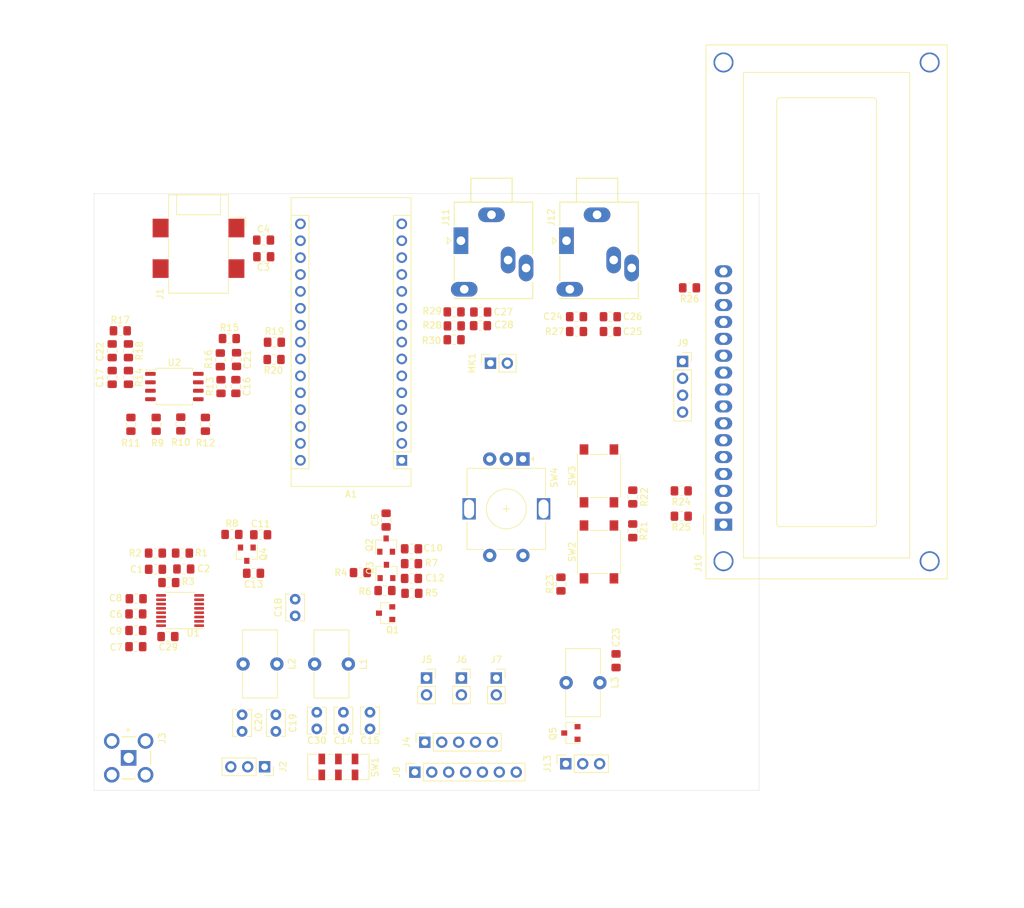
<source format=kicad_pcb>
(kicad_pcb (version 20221018) (generator pcbnew)
  (layers (0 "F.Cu" signal) (1 "In1.Cu" power) (2 "In2.Cu" power) (31 "B.Cu" signal) (34 "B.Paste" user) (35 "F.Paste" user) (36 "B.SilkS" user "B.Silkscreen") (37 "F.SilkS" user "F.Silkscreen") (38 "B.Mask" user) (39 "F.Mask" user) (44 "Edge.Cuts" user))
  (net 0 "")
  (net 1 "DIT")
  (net 2 "DAH")
  (net 3 "+12V")
  (net 4 "SIG_OUT")
  (net 5 "GND")
  (net 6 "KEY_OUT")
  (net 7 "Net-(A1-Pad28)")
  (net 8 "SIDETONE")
  (net 9 "+5V")
  (net 10 "RX")
  (net 11 "Net-(A1-Pad26)")
  (net 12 "ROT_B")
  (net 13 "Net-(A1-Pad25)")
  (net 14 "ROT_A")
  (net 15 "SCL_3V3")
  (net 16 "FREQCNT")
  (net 17 "LCD_RS")
  (net 18 "LCD_EN")
  (net 19 "BUTTONS")
  (net 20 "LCD_D7")
  (net 21 "DVM")
  (net 22 "LCD_D6")
  (net 23 "AUDIO2")
  (net 24 "AUDIO1")
  (net 25 "Net-(A1-Pad3)")
  (net 26 "AREF")
  (net 27 "LCD_D4")
  (net 28 "+3V3")
  (net 29 "LCD_D5")
  (net 30 "Net-(C1-Pad1)")
  (net 31 "Net-(C2-Pad2)")
  (net 32 "demodIN")
  (net 33 "180deg")
  (net 34 "90deg")
  (net 35 "270deg")
  (net 36 "0deg")
  (net 37 "Net-(C10-Pad2)")
  (net 38 "GateDrive")
  (net 39 "Net-(C12-Pad1)")
  (net 40 "Net-(C13-Pad2)")
  (net 41 "RF")
  (net 42 "Net-(C14-Pad2)")
  (net 43 "Net-(C15-Pad2)")
  (net 44 "Net-(C16-Pad2)")
  (net 45 "Net-(C16-Pad1)")
  (net 46 "Net-(C17-Pad2)")
  (net 47 "Net-(C17-Pad1)")
  (net 48 "Net-(C18-Pad1)")
  (net 49 "Net-(C19-Pad1)")
  (net 50 "Net-(C24-Pad2)")
  (net 51 "Net-(C25-Pad1)")
  (net 52 "Net-(J1-Pad3)")
  (net 53 "Net-(J2-Pad3)")
  (net 54 "Net-(J2-Pad1)")
  (net 55 "Net-(J3-Pad1)")
  (net 56 "Net-(J4-Pad1)")
  (net 57 "CLK0")
  (net 58 "CLK1")
  (net 59 "CLK2")
  (net 60 "Net-(J10-Pad15)")
  (net 61 "Net-(J10-Pad10)")
  (net 62 "Net-(J10-Pad9)")
  (net 63 "Net-(J10-Pad8)")
  (net 64 "Net-(J10-Pad7)")
  (net 65 "Net-(J10-Pad3)")
  (net 66 "Net-(J11-PadRN)")
  (net 67 "Net-(J11-PadTN)")
  (net 68 "Net-(J12-PadRN)")
  (net 69 "Net-(J12-PadTN)")
  (net 70 "Net-(Q1-Pad3)")
  (net 71 "Net-(Q1-Pad2)")
  (net 72 "Net-(R10-Pad2)")
  (net 73 "Net-(R11-Pad2)")
  (net 74 "Net-(R21-Pad2)")
  (net 75 "Net-(R22-Pad2)")
  (net 76 "Net-(U1-Pad7)")
  (net 77 "Net-(U1-Pad6)")
  (net 78 "Net-(U1-Pad5)")
  (net 79 "Net-(U1-Pad4)")
  (net 80 "Net-(U1-Pad3)")
  (footprint "Module:Arduino_Nano" (layer "F.Cu") (at 135.63 93.515 180)
    (fp_text reference "A1" (at 7.62 -5.08) (layer "F.SilkS"))
    (fp_text value "Arduino Nano")
    (pad "1" thru_hole rect (at 0 0 180) (size 1.6 1.6) (drill 1) (layers "*.Cu" "*.Mask") (net 29 "LCD_D5"))
    (pad "2" thru_hole oval (at 0 2.54 180) (size 1.6 1.6) (drill 1) (layers "*.Cu" "*.Mask") (net 27 "LCD_D4"))
    (pad "3" thru_hole oval (at 0 5.08 180) (size 1.6 1.6) (drill 1) (layers "*.Cu" "*.Mask") (net 25 "Net-(A1-Pad3)"))
    (pad "4" thru_hole oval (at 0 7.62 180) (size 1.6 1.6) (drill 1) (layers "*.Cu" "*.Mask") (net 5 "GND"))
    (pad "5" thru_hole oval (at 0 10.16 180) (size 1.6 1.6) (drill 1) (layers "*.Cu" "*.Mask") (net 22 "LCD_D6"))
    (pad "6" thru_hole oval (at 0 12.7 180) (size 1.6 1.6) (drill 1) (layers "*.Cu" "*.Mask") (net 20 "LCD_D7"))
    (pad "7" thru_hole oval (at 0 15.24 180) (size 1.6 1.6) (drill 1) (layers "*.Cu" "*.Mask") (net 18 "LCD_EN"))
    (pad "8" thru_hole oval (at 0 17.78 180) (size 1.6 1.6) (drill 1) (layers "*.Cu" "*.Mask") (net 16 "FREQCNT"))
    (pad "9" thru_hole oval (at 0 20.32 180) (size 1.6 1.6) (drill 1) (layers "*.Cu" "*.Mask") (net 14 "ROT_A"))
    (pad "10" thru_hole oval (at 0 22.86 180) (size 1.6 1.6) (drill 1) (layers "*.Cu" "*.Mask") (net 12 "ROT_B"))
    (pad "11" thru_hole oval (at 0 25.4 180) (size 1.6 1.6) (drill 1) (layers "*.Cu" "*.Mask") (net 10 "RX"))
    (pad "12" thru_hole oval (at 0 27.94 180) (size 1.6 1.6) (drill 1) (layers "*.Cu" "*.Mask") (net 8 "SIDETONE"))
    (pad "13" thru_hole oval (at 0 30.48 180) (size 1.6 1.6) (drill 1) (layers "*.Cu" "*.Mask") (net 6 "KEY_OUT"))
    (pad "14" thru_hole oval (at 0 33.02 180) (size 1.6 1.6) (drill 1) (layers "*.Cu" "*.Mask") (net 4 "SIG_OUT"))
    (pad "15" thru_hole oval (at 0 35.56 180) (size 1.6 1.6) (drill 1) (layers "*.Cu" "*.Mask") (net 2 "DAH"))
    (pad "16" thru_hole oval (at 15.24 35.56 180) (size 1.6 1.6) (drill 1) (layers "*.Cu" "*.Mask") (net 1 "DIT"))
    (pad "17" thru_hole oval (at 15.24 33.02 180) (size 1.6 1.6) (drill 1) (layers "*.Cu" "*.Mask") (net 28 "+3V3"))
    (pad "18" thru_hole oval (at 15.24 30.48 180) (size 1.6 1.6) (drill 1) (layers "*.Cu" "*.Mask") (net 26 "AREF"))
    (pad "19" thru_hole oval (at 15.24 27.94 180) (size 1.6 1.6) (drill 1) (layers "*.Cu" "*.Mask") (net 24 "AUDIO1"))
    (pad "20" thru_hole oval (at 15.24 25.4 180) (size 1.6 1.6) (drill 1) (layers "*.Cu" "*.Mask") (net 23 "AUDIO2"))
    (pad "21" thru_hole oval (at 15.24 22.86 180) (size 1.6 1.6) (drill 1) (layers "*.Cu" "*.Mask") (net 21 "DVM"))
    (pad "22" thru_hole oval (at 15.24 20.32 180) (size 1.6 1.6) (drill 1) (layers "*.Cu" "*.Mask") (net 19 "BUTTONS"))
    (pad "23" thru_hole oval (at 15.24 17.78 180) (size 1.6 1.6) (drill 1) (layers "*.Cu" "*.Mask") (net 17 "LCD_RS"))
    (pad "24" thru_hole oval (at 15.24 15.24 180) (size 1.6 1.6) (drill 1) (layers "*.Cu" "*.Mask") (net 15 "SCL_3V3"))
    (pad "25" thru_hole oval (at 15.24 12.7 180) (size 1.6 1.6) (drill 1) (layers "*.Cu" "*.Mask") (net 13 "Net-(A1-Pad25)"))
    (pad "26" thru_hole oval (at 15.24 10.16 180) (size 1.6 1.6) (drill 1) (layers "*.Cu" "*.Mask") (net 11 "Net-(A1-Pad26)"))
    (pad "27" thru_hole oval (at 15.24 7.62 180) (size 1.6 1.6) (drill 1) (layers "*.Cu" "*.Mask") (net 9 "+5V"))
    (pad "28" thru_hole oval (at 15.24 5.08 180) (size 1.6 1.6) (drill 1) (layers "*.Cu" "*.Mask") (net 7 "Net-(A1-Pad28)"))
    (pad "29" thru_hole oval (at 15.24 2.54 180) (size 1.6 1.6) (drill 1) (layers "*.Cu" "*.Mask") (net 5 "GND"))
    (pad "30" thru_hole oval (at 15.24 0 180) (size 1.6 1.6) (drill 1) (layers "*.Cu" "*.Mask") (net 3 "+12V"))
  )
  (footprint "Capacitor_SMD:C_0805_2012Metric_Pad1.15x1.40mm_HandSolder" (layer "F.Cu") (at 95.6428 116.6116)
    (fp_text reference "C6" (at -2.9972 0.0508) (layer "F.SilkS"))
    (fp_text value "470n")
    (pad "1" smd roundrect (at -1.025 0) (size 1.15 1.4) (layers "F.Cu" "F.Paste" "F.Mask") (roundrect_rratio 0.217391) (net 5 "GND"))
    (pad "2" smd roundrect (at 1.025 0) (size 1.15 1.4) (layers "F.Cu" "F.Paste" "F.Mask") (roundrect_rratio 0.217391) (net 33 "180deg"))
  )
  (footprint "Capacitor_SMD:C_0805_2012Metric_Pad1.15x1.40mm_HandSolder" (layer "F.Cu") (at 95.6428 121.5392 180)
    (fp_text reference "C7" (at 2.9464 -0.1016) (layer "F.SilkS"))
    (fp_text value "470n")
    (pad "1" smd roundrect (at -1.025 0 180) (size 1.15 1.4) (layers "F.Cu" "F.Paste" "F.Mask") (roundrect_rratio 0.217391) (net 34 "90deg"))
    (pad "2" smd roundrect (at 1.025 0 180) (size 1.15 1.4) (layers "F.Cu" "F.Paste" "F.Mask") (roundrect_rratio 0.217391) (net 5 "GND"))
  )
  (footprint "Capacitor_SMD:C_0805_2012Metric_Pad1.15x1.40mm_HandSolder" (layer "F.Cu") (at 114.4088 104.7092)
    (fp_text reference "C11" (at 0 -1.65) (layer "F.SilkS"))
    (fp_text value "10n")
    (pad "1" smd roundrect (at -1.025 0) (size 1.15 1.4) (layers "F.Cu" "F.Paste" "F.Mask") (roundrect_rratio 0.217391) (net 10 "RX"))
    (pad "2" smd roundrect (at 1.025 0) (size 1.15 1.4) (layers "F.Cu" "F.Paste" "F.Mask") (roundrect_rratio 0.217391) (net 5 "GND"))
  )
  (footprint "Capacitor_SMD:C_0805_2012Metric_Pad1.15x1.40mm_HandSolder" (layer "F.Cu") (at 137.0844 111.28)
    (fp_text reference "C12" (at 3.5156 -0.08) (layer "F.SilkS"))
    (fp_text value "10n")
    (pad "1" smd roundrect (at -1.025 0) (size 1.15 1.4) (layers "F.Cu" "F.Paste" "F.Mask") (roundrect_rratio 0.217391) (net 39 "Net-(C12-Pad1)"))
    (pad "2" smd roundrect (at 1.025 0) (size 1.15 1.4) (layers "F.Cu" "F.Paste" "F.Mask") (roundrect_rratio 0.217391) (net 5 "GND"))
  )
  (footprint "Capacitor_THT:C_Disc_D3.8mm_W2.6mm_P2.50mm" (layer "F.Cu") (at 130.85 133.9 90)
    (fp_text reference "C14" (at -1.75 -4 180) (layer "F.SilkS"))
    (fp_text value "150p")
    (pad "1" thru_hole circle (at 0 0 90) (size 1.6 1.6) (drill 0.8) (layers "*.Cu" "*.Mask") (net 5 "GND"))
    (pad "2" thru_hole circle (at 2.5 0 90) (size 1.6 1.6) (drill 0.8) (layers "*.Cu" "*.Mask") (net 42 "Net-(C14-Pad2)"))
  )
  (footprint "Capacitor_SMD:C_0805_2012Metric_Pad1.15x1.40mm_HandSolder" (layer "F.Cu") (at 110.6792 82.42 -90)
    (fp_text reference "C16" (at 0 -1.65 90) (layer "F.SilkS"))
    (fp_text value "1n")
    (pad "1" smd roundrect (at -1.025 0 270) (size 1.15 1.4) (layers "F.Cu" "F.Paste" "F.Mask") (roundrect_rratio 0.217391) (net 45 "Net-(C16-Pad1)"))
    (pad "2" smd roundrect (at 1.025 0 270) (size 1.15 1.4) (layers "F.Cu" "F.Paste" "F.Mask") (roundrect_rratio 0.217391) (net 44 "Net-(C16-Pad2)"))
  )
  (footprint "Capacitor_SMD:C_0805_2012Metric_Pad1.15x1.40mm_HandSolder" (layer "F.Cu") (at 92.0864 81.0484 -90)
    (fp_text reference "C17" (at 0.1016 1.8796 90) (layer "F.SilkS"))
    (fp_text value "1n")
    (pad "1" smd roundrect (at -1.025 0 270) (size 1.15 1.4) (layers "F.Cu" "F.Paste" "F.Mask") (roundrect_rratio 0.217391) (net 47 "Net-(C17-Pad1)"))
    (pad "2" smd roundrect (at 1.025 0 270) (size 1.15 1.4) (layers "F.Cu" "F.Paste" "F.Mask") (roundrect_rratio 0.217391) (net 46 "Net-(C17-Pad2)"))
  )
  (footprint "Capacitor_THT:C_Disc_D3.8mm_W2.6mm_P2.50mm" (layer "F.Cu") (at 119.6 116.9 90)
    (fp_text reference "C18" (at 1.25 -2.55 90) (layer "F.SilkS"))
    (fp_text value "240p")
    (pad "1" thru_hole circle (at 0 0 90) (size 1.6 1.6) (drill 0.8) (layers "*.Cu" "*.Mask") (net 48 "Net-(C18-Pad1)"))
    (pad "2" thru_hole circle (at 2.5 0 90) (size 1.6 1.6) (drill 0.8) (layers "*.Cu" "*.Mask") (net 5 "GND"))
  )
  (footprint "Capacitor_THT:C_Disc_D3.8mm_W2.6mm_P2.50mm" (layer "F.Cu") (at 116.6966 131.7734 -90)
    (fp_text reference "C19" (at 1.25 -2.55 90) (layer "F.SilkS"))
    (fp_text value "82p")
    (pad "1" thru_hole circle (at 0 0 270) (size 1.6 1.6) (drill 0.8) (layers "*.Cu" "*.Mask") (net 49 "Net-(C19-Pad1)"))
    (pad "2" thru_hole circle (at 2.5 0 270) (size 1.6 1.6) (drill 0.8) (layers "*.Cu" "*.Mask") (net 48 "Net-(C18-Pad1)"))
  )
  (footprint "Capacitor_THT:C_Disc_D3.8mm_W2.6mm_P2.50mm" (layer "F.Cu") (at 111.6166 131.7734 -90)
    (fp_text reference "C20" (at 1.1266 -2.4834 90) (layer "F.SilkS"))
    (fp_text value "220p")
    (pad "1" thru_hole circle (at 0 0 270) (size 1.6 1.6) (drill 0.8) (layers "*.Cu" "*.Mask") (net 49 "Net-(C19-Pad1)"))
    (pad "2" thru_hole circle (at 2.5 0 270) (size 1.6 1.6) (drill 0.8) (layers "*.Cu" "*.Mask") (net 5 "GND"))
  )
  (footprint "Capacitor_SMD:C_0805_2012Metric_Pad1.15x1.40mm_HandSolder" (layer "F.Cu") (at 161.91 71.925)
    (fp_text reference "C24" (at -3.56 -0.025) (layer "F.SilkS"))
    (fp_text value "10u")
    (pad "1" smd roundrect (at -1.025 0) (size 1.15 1.4) (layers "F.Cu" "F.Paste" "F.Mask") (roundrect_rratio 0.217391) (net 8 "SIDETONE"))
    (pad "2" smd roundrect (at 1.025 0) (size 1.15 1.4) (layers "F.Cu" "F.Paste" "F.Mask") (roundrect_rratio 0.217391) (net 50 "Net-(C24-Pad2)"))
  )
  (footprint "Capacitor_SMD:C_0805_2012Metric_Pad1.15x1.40mm_HandSolder" (layer "F.Cu") (at 166.99 74.15 180)
    (fp_text reference "C25" (at -3.36 0) (layer "F.SilkS"))
    (fp_text value "100n")
    (pad "1" smd roundrect (at -1.025 0 180) (size 1.15 1.4) (layers "F.Cu" "F.Paste" "F.Mask") (roundrect_rratio 0.217391) (net 51 "Net-(C25-Pad1)"))
    (pad "2" smd roundrect (at 1.025 0 180) (size 1.15 1.4) (layers "F.Cu" "F.Paste" "F.Mask") (roundrect_rratio 0.217391) (net 5 "GND"))
  )
  (footprint "Capacitor_SMD:C_0805_2012Metric_Pad1.15x1.40mm_HandSolder" (layer "F.Cu") (at 166.99 71.925 180)
    (fp_text reference "C26" (at -3.36 0.025) (layer "F.SilkS"))
    (fp_text value "100n")
    (pad "1" smd roundrect (at -1.025 0 180) (size 1.15 1.4) (layers "F.Cu" "F.Paste" "F.Mask") (roundrect_rratio 0.217391) (net 51 "Net-(C25-Pad1)"))
    (pad "2" smd roundrect (at 1.025 0 180) (size 1.15 1.4) (layers "F.Cu" "F.Paste" "F.Mask") (roundrect_rratio 0.217391) (net 5 "GND"))
  )
  (footprint "Capacitor_SMD:C_0805_2012Metric_Pad1.15x1.40mm_HandSolder" (layer "F.Cu") (at 100.4688 120.0152)
    (fp_text reference "C29" (at 0.0508 1.5748) (layer "F.SilkS"))
    (fp_text value "100n")
    (pad "1" smd roundrect (at -1.025 0) (size 1.15 1.4) (layers "F.Cu" "F.Paste" "F.Mask") (roundrect_rratio 0.217391) (net 9 "+5V"))
    (pad "2" smd roundrect (at 1.025 0) (size 1.15 1.4) (layers "F.Cu" "F.Paste" "F.Mask") (roundrect_rratio 0.217391) (net 5 "GND"))
  )
  (footprint "Capacitor_THT:C_Disc_D3.8mm_W2.6mm_P2.50mm" (layer "F.Cu") (at 122.85 131.4 -90)
    (fp_text reference "C30" (at 4.25 0 180) (layer "F.SilkS"))
    (fp_text value "200p")
    (pad "1" thru_hole circle (at 0 0 270) (size 1.6 1.6) (drill 0.8) (layers "*.Cu" "*.Mask") (net 42 "Net-(C14-Pad2)"))
    (pad "2" thru_hole circle (at 2.5 0 270) (size 1.6 1.6) (drill 0.8) (layers "*.Cu" "*.Mask") (net 43 "Net-(C15-Pad2)"))
  )
  (footprint "Connector_PinSocket_2.54mm:PinSocket_1x03_P2.54mm_Vertical" (layer "F.Cu") (at 115 139.6 -90)
    (fp_text reference "J2" (at 0 -2.77 90) (layer "F.SilkS"))
    (fp_text value "FilterConn")
    (pad "1" thru_hole rect (at 0 0 270) (size 1.7 1.7) (drill 1) (layers "*.Cu" "*.Mask") (net 54 "Net-(J2-Pad1)"))
    (pad "2" thru_hole oval (at 0 2.54 270) (size 1.7 1.7) (drill 1) (layers "*.Cu" "*.Mask") (net 5 "GND"))
    (pad "3" thru_hole oval (at 0 5.08 270) (size 1.7 1.7) (drill 1) (layers "*.Cu" "*.Mask") (net 53 "Net-(J2-Pad3)"))
  )
  (footprint "eec:Molex-73100-0114-0-0-0" (layer "F.Cu") (at 90.34 138.26 -90)
    (fp_text reference "J3" (at -3.9 -9.25 90) (layer "F.SilkS") (effects (justify right)))
    (fp_text value "Antenna")
    (pad "1" thru_hole rect (at 0 -4.22 270) (size 2.34 2.34) (drill 1.54) (layers "*.Cu") (net 55 "Net-(J3-Pad1)"))
    (pad "2" thru_hole circle (at -2.54 -6.76 270) (size 2.34 2.34) (drill 1.54) (layers "*.Cu") (net 5 "GND"))
    (pad "3" thru_hole circle (at 2.54 -6.76 270) (size 2.34 2.34) (drill 1.54) (layers "*.Cu"))
    (pad "4" thru_hole circle (at -2.54 -1.68 270) (size 2.34 2.34) (drill 1.54) (layers "*.Cu"))
    (pad "5" thru_hole circle (at 2.54 -1.68 270) (size 2.34 2.34) (drill 1.54) (layers "*.Cu"))
  )
  (footprint "Connector_PinSocket_2.54mm:PinSocket_1x05_P2.54mm_Vertical" (layer "F.Cu") (at 139.1 135.9 90)
    (fp_text reference "J4" (at 0 -2.77 90) (layer "F.SilkS"))
    (fp_text value "Etherkit si5351")
    (pad "1" thru_hole rect (at 0 0 90) (size 1.7 1.7) (drill 1) (layers "*.Cu" "*.Mask") (net 56 "Net-(J4-Pad1)"))
    (pad "2" thru_hole oval (at 0 2.54 90) (size 1.7 1.7) (drill 1) (layers "*.Cu" "*.Mask") (net 28 "+3V3"))
    (pad "3" thru_hole oval (at 0 5.08 90) (size 1.7 1.7) (drill 1) (layers "*.Cu" "*.Mask") (net 15 "SCL_3V3"))
    (pad "4" thru_hole oval (at 0 7.62 90) (size 1.7 1.7) (drill 1) (layers "*.Cu" "*.Mask") (net 17 "LCD_RS"))
    (pad "5" thru_hole oval (at 0 10.16 90) (size 1.7 1.7) (drill 1) (layers "*.Cu" "*.Mask") (net 5 "GND"))
  )
  (footprint "Connector_PinSocket_2.54mm:PinSocket_1x02_P2.54mm_Vertical" (layer "F.Cu") (at 139.35 126.25)
    (fp_text reference "J5" (at 0 -2.77) (layer "F.SilkS"))
    (fp_text value "EK CLK0")
    (pad "1" thru_hole rect (at 0 0) (size 1.7 1.7) (drill 1) (layers "*.Cu" "*.Mask") (net 57 "CLK0"))
    (pad "2" thru_hole oval (at 0 2.54) (size 1.7 1.7) (drill 1) (layers "*.Cu" "*.Mask") (net 5 "GND"))
  )
  (footprint "Connector_PinSocket_2.54mm:PinSocket_1x02_P2.54mm_Vertical" (layer "F.Cu") (at 144.6 126.25)
    (fp_text reference "J6" (at 0 -2.77) (layer "F.SilkS"))
    (fp_text value "EK CLK1")
    (pad "1" thru_hole rect (at 0 0) (size 1.7 1.7) (drill 1) (layers "*.Cu" "*.Mask") (net 58 "CLK1"))
    (pad "2" thru_hole oval (at 0 2.54) (size 1.7 1.7) (drill 1) (layers "*.Cu" "*.Mask") (net 5 "GND"))
  )
  (footprint "Connector_Audio:Jack_3.5mm_Ledino_KB3SPRS_Horizontal" (layer "F.Cu") (at 144.52 60.495 -90)
    (fp_text reference "J11" (at -3.5 2.3 90) (layer "F.SilkS"))
    (fp_text value "PJ-324M")
    (pad "R" thru_hole oval (at 4.1 -9.8 270) (size 4 2.2) (drill 1.3) (layers "*.Cu" "*.Mask") (net 2 "DAH"))
    (pad "RN" thru_hole oval (at 2.9 -7.1 270) (size 4 2.2) (drill 1.3) (layers "*.Cu" "*.Mask") (net 66 "Net-(J11-PadRN)"))
    (pad "S" thru_hole oval (at -3.9 -4.6 270) (size 2.2 4) (drill 1.3) (layers "*.Cu" "*.Mask") (net 5 "GND"))
    (pad "T" thru_hole rect (at 0 0 270) (size 4 2.2) (drill 1.3) (layers "*.Cu" "*.Mask") (net 1 "DIT"))
    (pad "TN" thru_hole oval (at 7.3 -0.5) (size 4 2.2) (drill 1.3) (layers "*.Cu" "*.Mask") (net 67 "Net-(J11-PadTN)"))
  )
  (footprint "Connector_Audio:Jack_3.5mm_Ledino_KB3SPRS_Horizontal" (layer "F.Cu") (at 160.395 60.495 -90)
    (fp_text reference "J12" (at -3.5 2.3 90) (layer "F.SilkS"))
    (fp_text value "PJ-324M")
    (pad "R" thru_hole oval (at 4.1 -9.8 270) (size 4 2.2) (drill 1.3) (layers "*.Cu" "*.Mask") (net 51 "Net-(C25-Pad1)"))
    (pad "RN" thru_hole oval (at 2.9 -7.1 270) (size 4 2.2) (drill 1.3) (layers "*.Cu" "*.Mask") (net 68 "Net-(J12-PadRN)"))
    (pad "S" thru_hole oval (at -3.9 -4.6 270) (size 2.2 4) (drill 1.3) (layers "*.Cu" "*.Mask") (net 5 "GND"))
    (pad "T" thru_hole rect (at 0 0 270) (size 4 2.2) (drill 1.3) (layers "*.Cu" "*.Mask") (net 51 "Net-(C25-Pad1)"))
    (pad "TN" thru_hole oval (at 7.3 -0.5) (size 4 2.2) (drill 1.3) (layers "*.Cu" "*.Mask") (net 69 "Net-(J12-PadTN)"))
  )
  (footprint "Inductor_THT:L_Toroid_Vertical_L10.0mm_W5.0mm_P5.08mm" (layer "F.Cu") (at 127.6 124.15 -90)
    (fp_text reference "L1" (at 0 -2.25 90) (layer "F.SilkS"))
    (fp_text value "12T/T37-6")
    (pad "1" thru_hole circle (at 0 0 270) (size 2 2) (drill 1) (layers "*.Cu" "*.Mask") (net 43 "Net-(C15-Pad2)"))
    (pad "2" thru_hole circle (at 0 5.08 270) (size 2 2) (drill 1) (layers "*.Cu" "*.Mask") (net 48 "Net-(C18-Pad1)"))
  )
  (footprint "Inductor_THT:L_Toroid_Vertical_L10.0mm_W5.0mm_P5.08mm" (layer "F.Cu") (at 165.4264 126.95 -90)
    (fp_text reference "L3" (at 0 -2.25 90) (layer "F.SilkS"))
    (fp_text value "22T/FT37-43")
    (pad "1" thru_hole circle (at 0 0 270) (size 2 2) (drill 1) (layers "*.Cu" "*.Mask") (net 3 "+12V"))
    (pad "2" thru_hole circle (at 0 5.08 270) (size 2 2) (drill 1) (layers "*.Cu" "*.Mask") (net 41 "RF"))
  )
  (footprint "Connector_PinSocket_2.54mm:PinSocket_1x02_P2.54mm_Vertical" (layer "F.Cu") (at 148.965 78.91 90)
    (fp_text reference "MK1" (at 0 -2.77 90) (layer "F.SilkS"))
    (fp_text value "Condenser Mic")
    (pad "1" thru_hole rect (at 0 0 90) (size 1.7 1.7) (drill 1) (layers "*.Cu" "*.Mask") (net 5 "GND"))
    (pad "2" thru_hole oval (at 0 2.54 90) (size 1.7 1.7) (drill 1) (layers "*.Cu" "*.Mask") (net 66 "Net-(J11-PadRN)"))
  )
  (footprint "Package_TO_SOT_SMD:SOT-23" (layer "F.Cu") (at 133.2 116.5 180)
    (fp_text reference "Q1" (at -1.0604 -2.526) (layer "F.SilkS"))
    (fp_text value "S9013")
    (pad "1" smd rect (at -1 -0.95 180) (size 0.9 0.8) (layers "F.Cu" "F.Paste" "F.Mask") (net 59 "CLK2"))
    (pad "2" smd rect (at -1 0.95 180) (size 0.9 0.8) (layers "F.Cu" "F.Paste" "F.Mask") (net 71 "Net-(Q1-Pad2)"))
    (pad "3" smd rect (at 1 0 180) (size 0.9 0.8) (layers "F.Cu" "F.Paste" "F.Mask") (net 70 "Net-(Q1-Pad3)"))
  )
  (footprint "Package_TO_SOT_SMD:SOT-23" (layer "F.Cu") (at 133.2744 106.2616 90)
    (fp_text reference "Q2" (at 0 -2.5 90) (layer "F.SilkS"))
    (fp_text value "S9013")
    (pad "1" smd rect (at -1 -0.95 90) (size 0.9 0.8) (layers "F.Cu" "F.Paste" "F.Mask") (net 70 "Net-(Q1-Pad3)"))
    (pad "2" smd rect (at -1 0.95 90) (size 0.9 0.8) (layers "F.Cu" "F.Paste" "F.Mask") (net 37 "Net-(C10-Pad2)"))
    (pad "3" smd rect (at 1 0 90) (size 0.9 0.8) (layers "F.Cu" "F.Paste" "F.Mask") (net 3 "+12V"))
  )
  (footprint "Package_TO_SOT_SMD:SOT-23" (layer "F.Cu") (at 161.0576 134.5192 180)
    (fp_text reference "Q5" (at 2.6924 -0.1016 270) (layer "F.SilkS"))
    (fp_text value "IRLML2060")
    (pad "1" smd rect (at -1 -0.95 180) (size 0.9 0.8) (layers "F.Cu" "F.Paste" "F.Mask") (net 38 "GateDrive"))
    (pad "2" smd rect (at -1 0.95 180) (size 0.9 0.8) (layers "F.Cu" "F.Paste" "F.Mask") (net 5 "GND"))
    (pad "3" smd rect (at 1 0 180) (size 0.9 0.8) (layers "F.Cu" "F.Paste" "F.Mask") (net 41 "RF"))
  )
  (footprint "Resistor_SMD:R_0805_2012Metric_Pad1.15x1.40mm_HandSolder" (layer "F.Cu") (at 100.6 111.9)
    (fp_text reference "R3" (at 2.9046 -0.1524) (layer "F.SilkS"))
    (fp_text value "1k")
    (pad "1" smd roundrect (at -1.025 0) (size 1.15 1.4) (layers "F.Cu" "F.Paste" "F.Mask") (roundrect_rratio 0.217391) (net 30 "Net-(C1-Pad1)"))
    (pad "2" smd roundrect (at 1.025 0) (size 1.15 1.4) (layers "F.Cu" "F.Paste" "F.Mask") (roundrect_rratio 0.217391) (net 31 "Net-(C2-Pad2)"))
  )
  (footprint "Resistor_SMD:R_0805_2012Metric_Pad1.15x1.40mm_HandSolder" (layer "F.Cu") (at 133.1 113.1 180)
    (fp_text reference "R6" (at 3.0066 -0.1416) (layer "F.SilkS"))
    (fp_text value "10k")
    (pad "1" smd roundrect (at -1.025 0 180) (size 1.15 1.4) (layers "F.Cu" "F.Paste" "F.Mask") (roundrect_rratio 0.217391) (net 39 "Net-(C12-Pad1)"))
    (pad "2" smd roundrect (at 1.025 0 180) (size 1.15 1.4) (layers "F.Cu" "F.Paste" "F.Mask") (roundrect_rratio 0.217391) (net 4 "SIG_OUT"))
  )
  (footprint "Resistor_SMD:R_0805_2012Metric_Pad1.15x1.40mm_HandSolder" (layer "F.Cu") (at 137.0934 109.0556)
    (fp_text reference "R7" (at 3.0066 -0.1056) (layer "F.SilkS"))
    (fp_text value "10k")
    (pad "1" smd roundrect (at -1.025 0) (size 1.15 1.4) (layers "F.Cu" "F.Paste" "F.Mask") (roundrect_rratio 0.217391) (net 39 "Net-(C12-Pad1)"))
    (pad "2" smd roundrect (at 1.025 0) (size 1.15 1.4) (layers "F.Cu" "F.Paste" "F.Mask") (roundrect_rratio 0.217391) (net 38 "GateDrive"))
  )
  (footprint "Resistor_SMD:R_0805_2012Metric_Pad1.15x1.40mm_HandSolder" (layer "F.Cu") (at 108.444 82.42 90)
    (fp_text reference "R13" (at 0 -1.65 90) (layer "F.SilkS"))
    (fp_text value "82k")
    (pad "1" smd roundrect (at -1.025 0 90) (size 1.15 1.4) (layers "F.Cu" "F.Paste" "F.Mask") (roundrect_rratio 0.217391) (net 44 "Net-(C16-Pad2)"))
    (pad "2" smd roundrect (at 1.025 0 90) (size 1.15 1.4) (layers "F.Cu" "F.Paste" "F.Mask") (roundrect_rratio 0.217391) (net 45 "Net-(C16-Pad1)"))
  )
  (footprint "Resistor_SMD:R_0805_2012Metric_Pad1.15x1.40mm_HandSolder" (layer "F.Cu") (at 108.3424 78.4068 -90)
    (fp_text reference "R16" (at -0.1016 1.778 90) (layer "F.SilkS"))
    (fp_text value "10k")
    (pad "1" smd roundrect (at -1.025 0 270) (size 1.15 1.4) (layers "F.Cu" "F.Paste" "F.Mask") (roundrect_rratio 0.217391) (net 24 "AUDIO1"))
    (pad "2" smd roundrect (at 1.025 0 270) (size 1.15 1.4) (layers "F.Cu" "F.Paste" "F.Mask") (roundrect_rratio 0.217391) (net 5 "GND"))
  )
  (footprint "Resistor_SMD:R_0805_2012Metric_Pad1.15x1.40mm_HandSolder" (layer "F.Cu") (at 116.4784 75.7604)
    (fp_text reference "R19" (at 0 -1.65) (layer "F.SilkS"))
    (fp_text value "1k")
    (pad "1" smd roundrect (at -1.025 0) (size 1.15 1.4) (layers "F.Cu" "F.Paste" "F.Mask") (roundrect_rratio 0.217391) (net 28 "+3V3"))
    (pad "2" smd roundrect (at 1.025 0) (size 1.15 1.4) (layers "F.Cu" "F.Paste" "F.Mask") (roundrect_rratio 0.217391) (net 17 "LCD_RS"))
  )
  (footprint "Resistor_SMD:R_0805_2012Metric_Pad1.15x1.40mm_HandSolder" (layer "F.Cu") (at 177.655 98.11 180)
    (fp_text reference "R24" (at 0 -1.65) (layer "F.SilkS"))
    (fp_text value "1k")
    (pad "1" smd roundrect (at -1.025 0 180) (size 1.15 1.4) (layers "F.Cu" "F.Paste" "F.Mask") (roundrect_rratio 0.217391) (net 65 "Net-(J10-Pad3)"))
    (pad "2" smd roundrect (at 1.025 0 180) (size 1.15 1.4) (layers "F.Cu" "F.Paste" "F.Mask") (roundrect_rratio 0.217391) (net 5 "GND"))
  )
  (footprint "Resistor_SMD:R_0805_2012Metric_Pad1.15x1.40mm_HandSolder" (layer "F.Cu") (at 178.8996 67.5792 180)
    (fp_text reference "R26" (at 0 -1.65) (layer "F.SilkS"))
    (fp_text value "1k")
    (pad "1" smd roundrect (at -1.025 0 180) (size 1.15 1.4) (layers "F.Cu" "F.Paste" "F.Mask") (roundrect_rratio 0.217391) (net 60 "Net-(J10-Pad15)"))
    (pad "2" smd roundrect (at 1.025 0 180) (size 1.15 1.4) (layers "F.Cu" "F.Paste" "F.Mask") (roundrect_rratio 0.217391) (net 3 "+12V"))
  )
  (footprint "Resistor_SMD:R_0805_2012Metric_Pad1.15x1.40mm_HandSolder" (layer "F.Cu") (at 161.91 74.15 180)
    (fp_text reference "R27" (at 3.31 0) (layer "F.SilkS"))
    (fp_text value "270R")
    (pad "1" smd roundrect (at -1.025 0 180) (size 1.15 1.4) (layers "F.Cu" "F.Paste" "F.Mask") (roundrect_rratio 0.217391) (net 51 "Net-(C25-Pad1)"))
    (pad "2" smd roundrect (at 1.025 0 180) (size 1.15 1.4) (layers "F.Cu" "F.Paste" "F.Mask") (roundrect_rratio 0.217391) (net 50 "Net-(C24-Pad2)"))
  )
  (footprint "Button_Switch_SMD:SW_DPDT_CK_JS202011JCQN" (layer "F.Cu") (at 126.1 139.62)
    (fp_text reference "SW1" (at 5.5 0.03 90) (layer "F.SilkS"))
    (fp_text value "SW_DPDT_x2")
    (pad "1" smd rect (at -2.5 -1.2) (size 1 1.6) (layers "F.Cu" "F.Paste" "F.Mask") (net 42 "Net-(C14-Pad2)"))
    (pad "2" smd rect (at 0 -1.2) (size 1 1.6) (layers "F.Cu" "F.Paste" "F.Mask") (net 41 "RF"))
    (pad "3" smd rect (at 2.5 -1.2) (size 1 1.6) (layers "F.Cu" "F.Paste" "F.Mask") (net 54 "Net-(J2-Pad1)"))
    (pad "4" smd rect (at -2.5 1.2) (size 1 1.6) (layers "F.Cu" "F.Paste" "F.Mask") (net 49 "Net-(C19-Pad1)"))
    (pad "5" smd rect (at 0 1.2) (size 1 1.6) (layers "F.Cu" "F.Paste" "F.Mask") (net 55 "Net-(J3-Pad1)"))
    (pad "6" smd rect (at 2.5 1.2) (size 1 1.6) (layers "F.Cu" "F.Paste" "F.Mask") (net 53 "Net-(J2-Pad3)"))
  )
  (footprint "Package_SO:SOIC-8_5.275x5.275mm_P1.27mm" (layer "F.Cu") (at 101.4336 82.42)
    (fp_text reference "U2" (at 0 -3.59) (layer "F.SilkS"))
    (fp_text value "NE5532DR")
    (pad "1" smd roundrect (at -3.6 -1.905) (size 1.6 0.6) (layers "F.Cu" "F.Paste" "F.Mask") (net 47 "Net-(C17-Pad1)"))
    (pad "2" smd roundrect (at -3.6 -0.635) (size 1.6 0.6) (layers "F.Cu" "F.Paste" "F.Mask") (net 46 "Net-(C17-Pad2)"))
    (pad "3" smd roundrect (at -3.6 0.635) (size 1.6 0.6) (layers "F.Cu" "F.Paste" "F.Mask") (net 73 "Net-(R11-Pad2)"))
    (pad "4" smd roundrect (at -3.6 1.905) (size 1.6 0.6) (layers "F.Cu" "F.Paste" "F.Mask") (net 5 "GND"))
    (pad "5" smd roundrect (at 3.6 1.905) (size 1.6 0.6) (layers "F.Cu" "F.Paste" "F.Mask") (net 72 "Net-(R10-Pad2)"))
    (pad "6" smd roundrect (at 3.6 0.635) (size 1.6 0.6) (layers "F.Cu" "F.Paste" "F.Mask") (net 44 "Net-(C16-Pad2)"))
    (pad "7" smd roundrect (at 3.6 -0.635) (size 1.6 0.6) (layers "F.Cu" "F.Paste" "F.Mask") (net 45 "Net-(C16-Pad1)"))
    (pad "8" smd roundrect (at 3.6 -1.905) (size 1.6 0.6) (layers "F.Cu" "F.Paste" "F.Mask") (net 3 "+12V"))
  )
  (footprint "Connector_PinSocket_2.54mm:PinSocket_1x04_P2.54mm_Vertical" (layer "F.Cu") (at 177.85 78.65)
    (fp_text reference "J9" (at 0 -2.77) (layer "F.SilkS"))
    (fp_text value "SSD1306 OLED and I2C out")
    (pad "1" thru_hole rect (at 0 0) (size 1.7 1.7) (drill 1) (layers "*.Cu" "*.Mask") (net 5 "GND"))
    (pad "2" thru_hole oval (at 0 2.54) (size 1.7 1.7) (drill 1) (layers "*.Cu" "*.Mask") (net 28 "+3V3"))
    (pad "3" thru_hole oval (at 0 5.08) (size 1.7 1.7) (drill 1) (layers "*.Cu" "*.Mask") (net 15 "SCL_3V3"))
    (pad "4" thru_hole oval (at 0 7.62) (size 1.7 1.7) (drill 1) (layers "*.Cu" "*.Mask") (net 17 "LCD_RS"))
  )
  (footprint "Package_TO_SOT_SMD:SOT-23" (layer "F.Cu") (at 112.326 107.6302 -90)
    (fp_text reference "Q4" (at 0 -2.5 90) (layer "F.SilkS"))
    (fp_text value "2N7002")
    (pad "1" smd rect (at -1 -0.95 270) (size 0.9 0.8) (layers "F.Cu" "F.Paste" "F.Mask") (net 10 "RX"))
    (pad "2" smd rect (at -1 0.95 270) (size 0.9 0.8) (layers "F.Cu" "F.Paste" "F.Mask") (net 32 "demodIN"))
    (pad "3" smd rect (at 1 0 270) (size 0.9 0.8) (layers "F.Cu" "F.Paste" "F.Mask") (net 40 "Net-(C13-Pad2)"))
  )
  (footprint "Resistor_SMD:R_0805_2012Metric_Pad1.15x1.40mm_HandSolder" (layer "F.Cu") (at 110.0908 104.6584)
    (fp_text reference "R8" (at 0 -1.65) (layer "F.SilkS"))
    (fp_text value "1k")
    (pad "1" smd roundrect (at -1.025 0) (size 1.15 1.4) (layers "F.Cu" "F.Paste" "F.Mask") (roundrect_rratio 0.217391) (net 5 "GND"))
    (pad "2" smd roundrect (at 1.025 0) (size 1.15 1.4) (layers "F.Cu" "F.Paste" "F.Mask") (roundrect_rratio 0.217391) (net 32 "demodIN"))
  )
  (footprint "Connector_PinSocket_2.54mm:PinSocket_1x07_P2.54mm_Vertical" (layer "F.Cu") (at 137.6 140.4 90)
    (fp_text reference "J8" (at 0 -2.77 90) (layer "F.SilkS"))
    (fp_text value "Adafruit si5351")
    (pad "1" thru_hole rect (at 0 0 90) (size 1.7 1.7) (drill 1) (layers "*.Cu" "*.Mask") (net 28 "+3V3"))
    (pad "2" thru_hole oval (at 0 2.54 90) (size 1.7 1.7) (drill 1) (layers "*.Cu" "*.Mask") (net 5 "GND"))
    (pad "3" thru_hole oval (at 0 5.08 90) (size 1.7 1.7) (drill 1) (layers "*.Cu" "*.Mask") (net 17 "LCD_RS"))
    (pad "4" thru_hole oval (at 0 7.62 90) (size 1.7 1.7) (drill 1) (layers "*.Cu" "*.Mask") (net 15 "SCL_3V3"))
    (pad "5" thru_hole oval (at 0 10.16 90) (size 1.7 1.7) (drill 1) (layers "*.Cu" "*.Mask") (net 59 "CLK2"))
    (pad "6" thru_hole oval (at 0 12.7 90) (size 1.7 1.7) (drill 1) (layers "*.Cu" "*.Mask") (net 58 "CLK1"))
    (pad "7" thru_hole oval (at 0 15.24 90) (size 1.7 1.7) (drill 1) (layers "*.Cu" "*.Mask") (net 57 "CLK0"))
  )
  (footprint "Connector_PinSocket_2.54mm:PinSocket_1x03_P2.54mm_Vertical" (layer "F.Cu") (at 160.2956 139.142 90)
    (fp_text reference "J13" (at 0 -2.77 90) (layer "F.SilkS"))
    (fp_text value "PA MOSFETs")
    (pad "1" thru_hole rect (at 0 0 90) (size 1.7 1.7) (drill 1) (layers "*.Cu" "*.Mask") (net 41 "RF"))
    (pad "2" thru_hole oval (at 0 2.54 90) (size 1.7 1.7) (drill 1) (layers "*.Cu" "*.Mask") (net 38 "GateDrive"))
    (pad "3" thru_hole oval (at 0 5.08 90) (size 1.7 1.7) (drill 1) (layers "*.Cu" "*.Mask") (net 5 "GND"))
  )
  (footprint "Capacitor_THT:C_Disc_D3.8mm_W2.6mm_P2.50mm" (layer "F.Cu") (at 126.85 131.4 -90)
    (fp_text reference "C15" (at 4.25 -4 180) (layer "F.SilkS"))
    (fp_text value "56p")
    (pad "1" thru_hole circle (at 0 0 270) (size 1.6 1.6) (drill 0.8) (layers "*.Cu" "*.Mask") (net 42 "Net-(C14-Pad2)"))
    (pad "2" thru_hole circle (at 2.5 0 270) (size 1.6 1.6) (drill 0.8) (layers "*.Cu" "*.Mask") (net 43 "Net-(C15-Pad2)"))
  )
  (footprint "uSDX-x:BarrelJack_XKB_DC-005-5A-2.0-SMT_Horizontal" (layer "F.Cu") (at 110.865 58.59 -90)
    (fp_text reference "J1" (at 9.9 11.6 270) (layer "F.SilkS"))
    (fp_text value "DC Jack")
    (pad "" np_thru_hole circle (at 0 5.8) (size 1.6 1.6) (drill 1.6) (layers "*.Cu" "*.Mask"))
    (pad "" np_thru_hole circle (at 4.5 5.8) (size 1.8 1.8) (drill 1.8) (layers "*.Cu" "*.Mask"))
    (pad "1" smd rect (at 0 1.3) (size 2.4 2.8) (drill (offset 1.2 0)) (layers "F.Cu" "F.Paste" "F.Mask") (net 3 "+12V"))
    (pad "1" smd rect (at 6.1 1.3) (size 2.4 2.8) (drill (offset 1.2 0)) (layers "F.Cu" "F.Paste" "F.Mask") (net 3 "+12V"))
    (pad "2" smd rect (at 0 10.3) (size 2.4 2.8) (drill (offset -1.2 0)) (layers "F.Cu" "F.Paste" "F.Mask") (net 5 "GND"))
    (pad "3" smd rect (at 6.1 10.3) (size 2.4 2.8) (drill (offset -1.2 0)) (layers "F.Cu" "F.Paste" "F.Mask") (net 52 "Net-(J1-Pad3)"))
  )
  (footprint "Resistor_SMD:R_0805_2012Metric_Pad1.15x1.40mm_HandSolder" (layer "F.Cu") (at 93.3056 74.038 180)
    (fp_text reference "R17" (at 0.009 1.6256) (layer "F.SilkS"))
    (fp_text value "10k")
    (pad "1" smd roundrect (at -1.025 0 180) (size 1.15 1.4) (layers "F.Cu" "F.Paste" "F.Mask") (roundrect_rratio 0.217391) (net 26 "AREF"))
    (pad "2" smd roundrect (at 1.025 0 180) (size 1.15 1.4) (layers "F.Cu" "F.Paste" "F.Mask") (roundrect_rratio 0.217391) (net 23 "AUDIO2"))
  )
  (footprint "Resistor_SMD:R_0805_2012Metric_Pad1.15x1.40mm_HandSolder" (layer "F.Cu") (at 94.5248 77.0442 -90)
    (fp_text reference "R18" (at 0 -1.65 90) (layer "F.SilkS"))
    (fp_text value "10k")
    (pad "1" smd roundrect (at -1.025 0 270) (size 1.15 1.4) (layers "F.Cu" "F.Paste" "F.Mask") (roundrect_rratio 0.217391) (net 23 "AUDIO2"))
    (pad "2" smd roundrect (at 1.025 0 270) (size 1.15 1.4) (layers "F.Cu" "F.Paste" "F.Mask") (roundrect_rratio 0.217391) (net 5 "GND"))
  )
  (footprint "Resistor_SMD:R_0805_2012Metric_Pad1.15x1.40mm_HandSolder" (layer "F.Cu") (at 177.655 101.92 180)
    (fp_text reference "R25" (at 0 -1.65) (layer "F.SilkS"))
    (fp_text value "1k")
    (pad "1" smd roundrect (at -1.025 0 180) (size 1.15 1.4) (layers "F.Cu" "F.Paste" "F.Mask") (roundrect_rratio 0.217391) (net 9 "+5V"))
    (pad "2" smd roundrect (at 1.025 0 180) (size 1.15 1.4) (layers "F.Cu" "F.Paste" "F.Mask") (roundrect_rratio 0.217391) (net 65 "Net-(J10-Pad3)"))
  )
  (footprint "Capacitor_SMD:C_0805_2012Metric_Pad1.15x1.40mm_HandSolder" (layer "F.Cu") (at 110.7808 78.365 -90)
    (fp_text reference "C21" (at 0 -1.65 90) (layer "F.SilkS"))
    (fp_text value "100n")
    (pad "1" smd roundrect (at -1.025 0 270) (size 1.15 1.4) (layers "F.Cu" "F.Paste" "F.Mask") (roundrect_rratio 0.217391) (net 24 "AUDIO1"))
    (pad "2" smd roundrect (at 1.025 0 270) (size 1.15 1.4) (layers "F.Cu" "F.Paste" "F.Mask") (roundrect_rratio 0.217391) (net 45 "Net-(C16-Pad1)"))
  )
  (footprint "Resistor_SMD:R_0805_2012Metric_Pad1.15x1.40mm_HandSolder" (layer "F.Cu") (at 109.705 75.2064)
    (fp_text reference "R15" (at 0 -1.65) (layer "F.SilkS"))
    (fp_text value "10k")
    (pad "1" smd roundrect (at -1.025 0) (size 1.15 1.4) (layers "F.Cu" "F.Paste" "F.Mask") (roundrect_rratio 0.217391) (net 26 "AREF"))
    (pad "2" smd roundrect (at 1.025 0) (size 1.15 1.4) (layers "F.Cu" "F.Paste" "F.Mask") (roundrect_rratio 0.217391) (net 24 "AUDIO1"))
  )
  (footprint "Capacitor_SMD:C_0805_2012Metric_Pad1.15x1.40mm_HandSolder" (layer "F.Cu") (at 92.0864 77.0442 -90)
    (fp_text reference "C22" (at 0.1434 1.8288 90) (layer "F.SilkS"))
    (fp_text value "100n")
    (pad "1" smd roundrect (at -1.025 0 270) (size 1.15 1.4) (layers "F.Cu" "F.Paste" "F.Mask") (roundrect_rratio 0.217391) (net 23 "AUDIO2"))
    (pad "2" smd roundrect (at 1.025 0 270) (size 1.15 1.4) (layers "F.Cu" "F.Paste" "F.Mask") (roundrect_rratio 0.217391) (net 47 "Net-(C17-Pad1)"))
  )
  (footprint "Resistor_SMD:R_0805_2012Metric_Pad1.15x1.40mm_HandSolder" (layer "F.Cu") (at 94.5248 81.0484 90)
    (fp_text reference "R14" (at 0 1.6256 90) (layer "F.SilkS"))
    (fp_text value "82k")
    (pad "1" smd roundrect (at -1.025 0 90) (size 1.15 1.4) (layers "F.Cu" "F.Paste" "F.Mask") (roundrect_rratio 0.217391) (net 46 "Net-(C17-Pad2)"))
    (pad "2" smd roundrect (at 1.025 0 90) (size 1.15 1.4) (layers "F.Cu" "F.Paste" "F.Mask") (roundrect_rratio 0.217391) (net 47 "Net-(C17-Pad1)"))
  )
  (footprint "Connector_PinSocket_2.54mm:PinSocket_1x02_P2.54mm_Vertical" (layer "F.Cu") (at 149.85 126.25)
    (fp_text reference "J7" (at 0 -2.77) (layer "F.SilkS"))
    (fp_text value "EK CLK2")
    (pad "1" thru_hole rect (at 0 0) (size 1.7 1.7) (drill 1) (layers "*.Cu" "*.Mask") (net 59 "CLK2"))
    (pad "2" thru_hole oval (at 0 2.54) (size 1.7 1.7) (drill 1) (layers "*.Cu" "*.Mask") (net 5 "GND"))
  )
  (footprint "Package_SO:TSSOP-16_4.4x5mm_P0.65mm" (layer "F.Cu") (at 102.2976 116.1036 180)
    (fp_text reference "U1" (at -1.9812 -3.4036) (layer "F.SilkS"))
    (fp_text value "SN74CBT3253PWR")
    (pad "1" smd roundrect (at -2.8625 -2.275 180) (size 1.475 0.4) (layers "F.Cu" "F.Paste" "F.Mask") (net 5 "GND"))
    (pad "2" smd roundrect (at -2.8625 -1.625 180) (size 1.475 0.4) (layers "F.Cu" "F.Paste" "F.Mask") (net 58 "CLK1"))
    (pad "3" smd roundrect (at -2.8625 -0.975 180) (size 1.475 0.4) (layers "F.Cu" "F.Paste" "F.Mask") (net 80 "Net-(U1-Pad3)"))
    (pad "4" smd roundrect (at -2.8625 -0.325 180) (size 1.475 0.4) (layers "F.Cu" "F.Paste" "F.Mask") (net 79 "Net-(U1-Pad4)"))
    (pad "5" smd roundrect (at -2.8625 0.325 180) (size 1.475 0.4) (layers "F.Cu" "F.Paste" "F.Mask") (net 78 "Net-(U1-Pad5)"))
    (pad "6" smd roundrect (at -2.8625 0.975 180) (size 1.475 0.4) (layers "F.Cu" "F.Paste" "F.Mask") (net 77 "Net-(U1-Pad6)"))
    (pad "7" smd roundrect (at -2.8625 1.625 180) (size 1.475 0.4) (layers "F.Cu" "F.Paste" "F.Mask") (net 76 "Net-(U1-Pad7)"))
    (pad "8" smd roundrect (at -2.8625 2.275 180) (size 1.475 0.4) (layers "F.Cu" "F.Paste" "F.Mask") (net 5 "GND"))
    (pad "9" smd roundrect (at 2.8625 2.275 180) (size 1.475 0.4) (layers "F.Cu" "F.Paste" "F.Mask") (net 31 "Net-(C2-Pad2)"))
    (pad "10" smd roundrect (at 2.8625 1.625 180) (size 1.475 0.4) (layers "F.Cu" "F.Paste" "F.Mask") (net 35 "270deg"))
    (pad "11" smd roundrect (at 2.8625 0.975 180) (size 1.475 0.4) (layers "F.Cu" "F.Paste" "F.Mask") (net 33 "180deg"))
    (pad "12" smd roundrect (at 2.8625 0.325 180) (size 1.475 0.4) (layers "F.Cu" "F.Paste" "F.Mask") (net 36 "0deg"))
    (pad "13" smd roundrect (at 2.8625 -0.325 180) (size 1.475 0.4) (layers "F.Cu" "F.Paste" "F.Mask") (net 34 "90deg"))
    (pad "14" smd roundrect (at 2.8625 -0.975 180) (size 1.475 0.4) (layers "F.Cu" "F.Paste" "F.Mask") (net 57 "CLK0"))
    (pad "15" smd roundrect (at 2.8625 -1.625 180) (size 1.475 0.4) (layers "F.Cu" "F.Paste" "F.Mask") (net 5 "GND"))
    (pad "16" smd roundrect (at 2.8625 -2.275 180) (size 1.475 0.4) (layers "F.Cu" "F.Paste" "F.Mask") (net 9 "+5V"))
  )
  (footprint "Resistor_SMD:R_0805_2012Metric_Pad1.15x1.40mm_HandSolder" (layer "F.Cu") (at 102.6532 107.4676 180)
    (fp_text reference "R1" (at -2.8448 0.0508) (layer "F.SilkS"))
    (fp_text value "10k")
    (pad "1" smd roundrect (at -1.025 0 180) (size 1.15 1.4) (layers "F.Cu" "F.Paste" "F.Mask") (roundrect_rratio 0.217391) (net 9 "+5V"))
    (pad "2" smd roundrect (at 1.025 0 180) (size 1.15 1.4) (layers "F.Cu" "F.Paste" "F.Mask") (roundrect_rratio 0.217391) (net 30 "Net-(C1-Pad1)"))
  )
  (footprint "Package_TO_SOT_SMD:SOT-23" (layer "F.Cu") (at 133.3252 110.224 90)
    (fp_text reference "Q3" (at 0.524 -2.4752 90) (layer "F.SilkS"))
    (fp_text value "S9012")
    (pad "1" smd rect (at -1 -0.95 90) (size 0.9 0.8) (layers "F.Cu" "F.Paste" "F.Mask") (net 70 "Net-(Q1-Pad3)"))
    (pad "2" smd rect (at -1 0.95 90) (size 0.9 0.8) (layers "F.Cu" "F.Paste" "F.Mask") (net 37 "Net-(C10-Pad2)"))
    (pad "3" smd rect (at 1 0 90) (size 0.9 0.8) (layers "F.Cu" "F.Paste" "F.Mask") (net 5 "GND"))
  )
  (footprint "Resistor_SMD:R_0805_2012Metric_Pad1.15x1.40mm_HandSolder" (layer "F.Cu") (at 129.4 110.4 180)
    (fp_text reference "R4" (at 2.9202 0.0092) (layer "F.SilkS"))
    (fp_text value "47R")
    (pad "1" smd roundrect (at -1.025 0 180) (size 1.15 1.4) (layers "F.Cu" "F.Paste" "F.Mask") (roundrect_rratio 0.217391) (net 70 "Net-(Q1-Pad3)"))
    (pad "2" smd roundrect (at 1.025 0 180) (size 1.15 1.4) (layers "F.Cu" "F.Paste" "F.Mask") (roundrect_rratio 0.217391) (net 3 "+12V"))
  )
  (footprint "Capacitor_SMD:C_0805_2012Metric_Pad1.15x1.40mm_HandSolder" (layer "F.Cu") (at 133.2744 102.5024 90)
    (fp_text reference "C5" (at 0 -1.65 90) (layer "F.SilkS"))
    (fp_text value "100n")
    (pad "1" smd roundrect (at -1.025 0 90) (size 1.15 1.4) (layers "F.Cu" "F.Paste" "F.Mask") (roundrect_rratio 0.217391) (net 3 "+12V"))
    (pad "2" smd roundrect (at 1.025 0 90) (size 1.15 1.4) (layers "F.Cu" "F.Paste" "F.Mask") (roundrect_rratio 0.217391) (net 5 "GND"))
  )
  (footprint "Capacitor_SMD:C_0805_2012Metric_Pad1.15x1.40mm_HandSolder" (layer "F.Cu") (at 137.0934 106.8204 180)
    (fp_text reference "C10" (at -3.2566 0.1204) (layer "F.SilkS"))
    (fp_text value "100n")
    (pad "1" smd roundrect (at -1.025 0 180) (size 1.15 1.4) (layers "F.Cu" "F.Paste" "F.Mask") (roundrect_rratio 0.217391) (net 38 "GateDrive"))
    (pad "2" smd roundrect (at 1.025 0 180) (size 1.15 1.4) (layers "F.Cu" "F.Paste" "F.Mask") (roundrect_rratio 0.217391) (net 37 "Net-(C10-Pad2)"))
  )
  (footprint "Capacitor_SMD:C_0805_2012Metric_Pad1.15x1.40mm_HandSolder" (layer "F.Cu") (at 113.342 110.5004 180)
    (fp_text reference "C13" (at 0 -1.65) (layer "F.SilkS"))
    (fp_text value "10n")
    (pad "1" smd roundrect (at -1.025 0 180) (size 1.15 1.4) (layers "F.Cu" "F.Paste" "F.Mask") (roundrect_rratio 0.217391) (net 41 "RF"))
    (pad "2" smd roundrect (at 1.025 0 180) (size 1.15 1.4) (layers "F.Cu" "F.Paste" "F.Mask") (roundrect_rratio 0.217391) (net 40 "Net-(C13-Pad2)"))
  )
  (footprint "Resistor_SMD:R_0805_2012Metric_Pad1.15x1.40mm_HandSolder" (layer "F.Cu") (at 98.5892 107.4676 180)
    (fp_text reference "R2" (at 3.048 0) (layer "F.SilkS"))
    (fp_text value "10k")
    (pad "1" smd roundrect (at -1.025 0 180) (size 1.15 1.4) (layers "F.Cu" "F.Paste" "F.Mask") (roundrect_rratio 0.217391) (net 30 "Net-(C1-Pad1)"))
    (pad "2" smd roundrect (at 1.025 0 180) (size 1.15 1.4) (layers "F.Cu" "F.Paste" "F.Mask") (roundrect_rratio 0.217391) (net 5 "GND"))
  )
  (footprint "Capacitor_SMD:C_0805_2012Metric_Pad1.15x1.40mm_HandSolder" (layer "F.Cu") (at 114.875 62.9)
    (fp_text reference "C3" (at -0.0508 1.5748) (layer "F.SilkS"))
    (fp_text value "10u")
    (pad "1" smd roundrect (at -1.025 0) (size 1.15 1.4) (layers "F.Cu" "F.Paste" "F.Mask") (roundrect_rratio 0.217391) (net 3 "+12V"))
    (pad "2" smd roundrect (at 1.025 0) (size 1.15 1.4) (layers "F.Cu" "F.Paste" "F.Mask") (roundrect_rratio 0.217391) (net 5 "GND"))
  )
  (footprint "Capacitor_SMD:C_0805_2012Metric_Pad1.15x1.40mm_HandSolder" (layer "F.Cu") (at 114.85 60.4)
    (fp_text reference "C4" (at 0 -1.65) (layer "F.SilkS"))
    (fp_text value "100n")
    (pad "1" smd roundrect (at -1.025 0) (size 1.15 1.4) (layers "F.Cu" "F.Paste" "F.Mask") (roundrect_rratio 0.217391) (net 3 "+12V"))
    (pad "2" smd roundrect (at 1.025 0) (size 1.15 1.4) (layers "F.Cu" "F.Paste" "F.Mask") (roundrect_rratio 0.217391) (net 5 "GND"))
  )
  (footprint "Capacitor_SMD:C_0805_2012Metric_Pad1.15x1.40mm_HandSolder" (layer "F.Cu") (at 102.85 109.8552 180)
    (fp_text reference "C2" (at -2.9882 0.0508) (layer "F.SilkS"))
    (fp_text value "10n")
    (pad "1" smd roundrect (at -1.025 0 180) (size 1.15 1.4) (layers "F.Cu" "F.Paste" "F.Mask") (roundrect_rratio 0.217391) (net 32 "demodIN"))
    (pad "2" smd roundrect (at 1.025 0 180) (size 1.15 1.4) (layers "F.Cu" "F.Paste" "F.Mask") (roundrect_rratio 0.217391) (net 31 "Net-(C2-Pad2)"))
  )
  (footprint "Capacitor_SMD:C_0805_2012Metric_Pad1.15x1.40mm_HandSolder" (layer "F.Cu") (at 95.6428 119.1008 180)
    (fp_text reference "C9" (at 3.048 -0.1016) (layer "F.SilkS"))
    (fp_text value "470n")
    (pad "1" smd roundrect (at -1.025 0 180) (size 1.15 1.4) (layers "F.Cu" "F.Paste" "F.Mask") (roundrect_rratio 0.217391) (net 36 "0deg"))
    (pad "2" smd roundrect (at 1.025 0 180) (size 1.15 1.4) (layers "F.Cu" "F.Paste" "F.Mask") (roundrect_rratio 0.217391) (net 5 "GND"))
  )
  (footprint "Capacitor_SMD:C_0805_2012Metric_Pad1.15x1.40mm_HandSolder" (layer "F.Cu") (at 95.6936 114.3256)
    (fp_text reference "C8" (at -3.0988 -0.1016) (layer "F.SilkS"))
    (fp_text value "470n")
    (pad "1" smd roundrect (at -1.025 0) (size 1.15 1.4) (layers "F.Cu" "F.Paste" "F.Mask") (roundrect_rratio 0.217391) (net 5 "GND"))
    (pad "2" smd roundrect (at 1.025 0) (size 1.15 1.4) (layers "F.Cu" "F.Paste" "F.Mask") (roundrect_rratio 0.217391) (net 35 "270deg"))
  )
  (footprint "Resistor_SMD:R_0805_2012Metric_Pad1.15x1.40mm_HandSolder" (layer "F.Cu") (at 116.4276 78.3512)
    (fp_text reference "R20" (at -0.1016 1.6256) (layer "F.SilkS"))
    (fp_text value "1k")
    (pad "1" smd roundrect (at -1.025 0) (size 1.15 1.4) (layers "F.Cu" "F.Paste" "F.Mask") (roundrect_rratio 0.217391) (net 28 "+3V3"))
    (pad "2" smd roundrect (at 1.025 0) (size 1.15 1.4) (layers "F.Cu" "F.Paste" "F.Mask") (roundrect_rratio 0.217391) (net 15 "SCL_3V3"))
  )
  (footprint "Display:WC1602A" (layer "F.Cu") (at 184.005 103.19 90)
    (fp_text reference "J10" (at -5.82 -3.81 90) (layer "F.SilkS"))
    (fp_text value "1602LCD")
    (pad "" thru_hole circle (at -5.4991 0 90) (size 3 3) (drill 2.5) (layers "*.Cu" "*.Mask"))
    (pad "" thru_hole circle (at -5.4991 31.0007 90) (size 3 3) (drill 2.5) (layers "*.Cu" "*.Mask"))
    (pad "" thru_hole circle (at 69.49948 31.0007 90) (size 3 3) (drill 2.5) (layers "*.Cu" "*.Mask"))
    (pad "" thru_hole circle (at 69.5 0 90) (size 3 3) (drill 2.5) (layers "*.Cu" "*.Mask"))
    (pad "1" thru_hole rect (at 0 0 90) (size 1.8 2.6) (drill 1.2) (layers "*.Cu" "*.Mask") (net 5 "GND"))
    (pad "2" thru_hole oval (at 2.54 0 90) (size 1.8 2.6) (drill 1.2) (layers "*.Cu" "*.Mask") (net 9 "+5V"))
    (pad "3" thru_hole oval (at 5.08 0 90) (size 1.8 2.6) (drill 1.2) (layers "*.Cu" "*.Mask") (net 65 "Net-(J10-Pad3)"))
    (pad "4" thru_hole oval (at 7.62 0 90) (size 1.8 2.6) (drill 1.2) (layers "*.Cu" "*.Mask") (net 17 "LCD_RS"))
    (pad "5" thru_hole oval (at 10.16 0 90) (size 1.8 2.6) (drill 1.2) (layers "*.Cu" "*.Mask") (net 5 "GND"))
    (pad "6" thru_hole oval (at 12.7 0 90) (size 1.8 2.6) (drill 1.2) (layers "*.Cu" "*.Mask") (net 18 "LCD_EN"))
    (pad "7" thru_hole oval (at 15.24 0 90) (size 1.8 2.6) (drill 1.2) (layers "*.Cu" "*.Mask") (net 64 "Net-(J10-Pad7)"))
    (pad "8" thru_hole oval (at 17.78 0 90) (size 1.8 2.6) (drill 1.2) (layers "*.Cu" "*.Mask") (net 63 "Net-(J10-Pad8)"))
    (pad "9" thru_hole oval (at 20.32 0 90) (size 1.8 2.6) (drill 1.2) (layers "*.Cu" "*.Mask") (net 62 "Net-(J10-Pad9)"))
    (pad "10" thru_hole oval (at 22.86 0 90) (size 1.8 2.6) (drill 1.2) (layers "*.Cu" "*.Mask") (net 61 "Net-(J10-Pad10)"))
    (pad "11" thru_hole oval (at 25.4 0 90) (size 1.8 2.6) (drill 1.2) (layers "*.Cu" "*.Mask") (net 27 "LCD_D4"))
    (pad "12" thru_hole oval (at 27.94 0 90) (size 1.8 2.6) (drill 1.2) (layers "*.Cu" "*.Mask") (net 29 "LCD_D5"))
    (pad "13" thru_hole oval (at 30.48 0 90) (size 1.8 2.6) (drill 1.2) (layers "*.Cu" "*.Mask") (net 22 "LCD_D6"))
    (pad "14" thru_hole oval (at 33.02 0 90) (size 1.8 2.6) (drill 1.2) (layers "*.Cu" "*.Mask") (net 20 "LCD_D7"))
    (pad "15" thru_hole oval (at 35.56 0 90) (size 1.8 2.6) (drill 1.2) (layers "*.Cu" "*.Mask") (net 60 "Net-(J10-Pad15)"))
    (pad "16" thru_hole oval (at 38.1 0 90) (size 1.8 2.6) (drill 1.2) (layers "*.Cu" "*.Mask") (net 5 "GND"))
  )
  (footprint "Inductor_THT:L_Toroid_Vertical_L10.0mm_W5.0mm_P5.08mm" (layer "F.Cu") (at 116.85 124.1428 -90)
    (fp_text reference "L2" (at 0 -2.25 90) (layer "F.SilkS"))
    (fp_text value "8T/T37-6")
    (pad "1" thru_hole circle (at 0 0 270) (size 2 2) (drill 1) (layers "*.Cu" "*.Mask") (net 48 "Net-(C18-Pad1)"))
    (pad "2" thru_hole circle (at 0 5.08 270) (size 2 2) (drill 1) (layers "*.Cu" "*.Mask") (net 49 "Net-(C19-Pad1)"))
  )
  (footprint "Resistor_SMD:R_0805_2012Metric_Pad1.15x1.40mm_HandSolder" (layer "F.Cu") (at 137.1442 113.5152 180)
    (fp_text reference "R5" (at -2.9558 0.0652) (layer "F.SilkS"))
    (fp_text value "22R")
    (pad "1" smd roundrect (at -1.025 0 180) (size 1.15 1.4) (layers "F.Cu" "F.Paste" "F.Mask") (roundrect_rratio 0.217391) (net 5 "GND"))
    (pad "2" smd roundrect (at 1.025 0 180) (size 1.15 1.4) (layers "F.Cu" "F.Paste" "F.Mask") (roundrect_rratio 0.217391) (net 71 "Net-(Q1-Pad2)"))
  )
  (footprint "Capacitor_SMD:C_0805_2012Metric_Pad1.15x1.40mm_HandSolder" (layer "F.Cu") (at 167.85 123.65 90)
    (fp_text reference "C23" (at 3.5 0 90) (layer "F.SilkS"))
    (fp_text value "100n")
    (pad "1" smd roundrect (at -1.025 0 90) (size 1.15 1.4) (layers "F.Cu" "F.Paste" "F.Mask") (roundrect_rratio 0.217391) (net 3 "+12V"))
    (pad "2" smd roundrect (at 1.025 0 90) (size 1.15 1.4) (layers "F.Cu" "F.Paste" "F.Mask") (roundrect_rratio 0.217391) (net 5 "GND"))
  )
  (footprint "Capacitor_SMD:C_0805_2012Metric_Pad1.15x1.40mm_HandSolder" (layer "F.Cu") (at 98.6 109.9 180)
    (fp_text reference "C1" (at 2.8358 0) (layer "F.SilkS"))
    (fp_text value "100n")
    (pad "1" smd roundrect (at -1.025 0 180) (size 1.15 1.4) (layers "F.Cu" "F.Paste" "F.Mask") (roundrect_rratio 0.217391) (net 30 "Net-(C1-Pad1)"))
    (pad "2" smd roundrect (at 1.025 0 180) (size 1.15 1.4) (layers "F.Cu" "F.Paste" "F.Mask") (roundrect_rratio 0.217391) (net 5 "GND"))
  )
  (footprint "Resistor_SMD:R_0805_2012Metric_Pad1.15x1.40mm_HandSolder" (layer "F.Cu") (at 159.565 112.125 90)
    (fp_text reference "R23" (at 0 -1.65 90) (layer "F.SilkS"))
    (fp_text value "10k")
    (pad "1" smd roundrect (at -1.025 0 90) (size 1.15 1.4) (layers "F.Cu" "F.Paste" "F.Mask") (roundrect_rratio 0.217391) (net 5 "GND"))
    (pad "2" smd roundrect (at 1.025 0 90) (size 1.15 1.4) (layers "F.Cu" "F.Paste" "F.Mask") (roundrect_rratio 0.217391) (net 19 "BUTTONS"))
  )
  (footprint "Resistor_SMD:R_0805_2012Metric_Pad1.15x1.40mm_HandSolder" (layer "F.Cu") (at 170.36 99.035 90)
    (fp_text reference "R22" (at 0 1.74 90) (layer "F.SilkS"))
    (fp_text value "1k")
    (pad "1" smd roundrect (at -1.025 0 90) (size 1.15 1.4) (layers "F.Cu" "F.Paste" "F.Mask") (roundrect_rratio 0.217391) (net 9 "+5V"))
    (pad "2" smd roundrect (at 1.025 0 90) (size 1.15 1.4) (layers "F.Cu" "F.Paste" "F.Mask") (roundrect_rratio 0.217391) (net 75 "Net-(R22-Pad2)"))
  )
  (footprint "Resistor_SMD:R_0805_2012Metric_Pad1.15x1.40mm_HandSolder" (layer "F.Cu") (at 170.36 104.115 -90)
    (fp_text reference "R21" (at 0 -1.65 90) (layer "F.SilkS"))
    (fp_text value "3k3")
    (pad "1" smd roundrect (at -1.025 0 270) (size 1.15 1.4) (layers "F.Cu" "F.Paste" "F.Mask") (roundrect_rratio 0.217391) (net 9 "+5V"))
    (pad "2" smd roundrect (at 1.025 0 270) (size 1.15 1.4) (layers "F.Cu" "F.Paste" "F.Mask") (roundrect_rratio 0.217391) (net 74 "Net-(R21-Pad2)"))
  )
  (footprint "Rotary_Encoder:RotaryEncoder_Alps_EC11E-Switch_Vertical_H20mm" (layer "F.Cu") (at 153.85 93.32 -90)
    (fp_text reference "SW4" (at 2.8 -4.7 90) (layer "F.SilkS"))
    (fp_text value "Rotary Encoder")
    (pad "A" thru_hole rect (at 0 0 270) (size 2 2) (drill 1) (layers "*.Cu" "*.Mask") (net 14 "ROT_A"))
    (pad "B" thru_hole circle (at 0 5 270) (size 2 2) (drill 1) (layers "*.Cu" "*.Mask") (net 12 "ROT_B"))
    (pad "C" thru_hole circle (at 0 2.5 270) (size 2 2) (drill 1) (layers "*.Cu" "*.Mask") (net 5 "GND"))
    (pad "MP" thru_hole rect (at 7.5 -3.1 270) (size 3.2 2) (drill oval 2.8 1.5) (layers "*.Cu" "*.Mask"))
    (pad "MP" thru_hole rect (at 7.5 8.1 270) (size 3.2 2) (drill oval 2.8 1.5) (layers "*.Cu" "*.Mask"))
    (pad "S1" thru_hole circle (at 14.5 5 270) (size 2 2) (drill 1) (layers "*.Cu" "*.Mask") (net 9 "+5V"))
    (pad "S2" thru_hole circle (at 14.5 0 270) (size 2 2) (drill 1) (layers "*.Cu" "*.Mask") (net 19 "BUTTONS"))
  )
  (footprint "Button_Switch_SMD:SW_Push_1P1T_NO_6x6mm_H9.5mm" (layer "F.Cu") (at 165.28 107.29 90)
    (fp_text reference "SW2" (at 0 -4.05 90) (layer "F.SilkS"))
    (fp_text value "L")
    (pad "1" smd rect (at -3.975 -2.25 90) (size 1.55 1.3) (layers "F.Cu" "F.Paste" "F.Mask") (net 19 "BUTTONS"))
    (pad "1" smd rect (at 3.975 -2.25 90) (size 1.55 1.3) (layers "F.Cu" "F.Paste" "F.Mask") (net 19 "BUTTONS"))
    (pad "2" smd rect (at -3.975 2.25 90) (size 1.55 1.3) (layers "F.Cu" "F.Paste" "F.Mask") (net 74 "Net-(R21-Pad2)"))
    (pad "2" smd rect (at 3.975 2.25 90) (size 1.55 1.3) (layers "F.Cu" "F.Paste" "F.Mask") (net 74 "Net-(R21-Pad2)"))
  )
  (footprint "Button_Switch_SMD:SW_Push_1P1T_NO_6x6mm_H9.5mm" (layer "F.Cu") (at 165.28 95.86 90)
    (fp_text reference "SW3" (at 0 -4.05 90) (layer "F.SilkS"))
    (fp_text value "R")
    (pad "1" smd rect (at -3.975 -2.25 90) (size 1.55 1.3) (layers "F.Cu" "F.Paste" "F.Mask") (net 19 "BUTTONS"))
    (pad "1" smd rect (at 3.975 -2.25 90) (size 1.55 1.3) (layers "F.Cu" "F.Paste" "F.Mask") (net 19 "BUTTONS"))
    (pad "2" smd rect (at -3.975 2.25 90) (size 1.55 1.3) (layers "F.Cu" "F.Paste" "F.Mask") (net 75 "Net-(R22-Pad2)"))
    (pad "2" smd rect (at 3.975 2.25 90) (size 1.55 1.3) (layers "F.Cu" "F.Paste" "F.Mask") (net 75 "Net-(R22-Pad2)"))
  )
  (footprint "Resistor_SMD:R_0805_2012Metric_Pad1.15x1.40mm_HandSolder" (layer "F.Cu") (at 98.7 88.1 90)
    (fp_text reference "R9" (at -2.8 0.2 180) (layer "F.SilkS"))
    (fp_text value "100R")
    (pad "1" smd roundrect (at -1.025 0 90) (size 1.15 1.4) (layers "F.Cu" "F.Paste" "F.Mask") (roundrect_rratio 0.217391) (net 36 "0deg"))
    (pad "2" smd roundrect (at 1.025 0 90) (size 1.15 1.4) (layers "F.Cu" "F.Paste" "F.Mask") (roundrect_rratio 0.217391) (net 44 "Net-(C16-Pad2)"))
  )
  (footprint "Resistor_SMD:R_0805_2012Metric_Pad1.15x1.40mm_HandSolder" (layer "F.Cu") (at 102.4 88.05 90)
    (fp_text reference "R10" (at -2.75 0 180) (layer "F.SilkS"))
    (fp_text value "100R")
    (pad "1" smd roundrect (at -1.025 0 90) (size 1.15 1.4) (layers "F.Cu" "F.Paste" "F.Mask") (roundrect_rratio 0.217391) (net 33 "180deg"))
    (pad "2" smd roundrect (at 1.025 0 90) (size 1.15 1.4) (layers "F.Cu" "F.Paste" "F.Mask") (roundrect_rratio 0.217391) (net 72 "Net-(R10-Pad2)"))
  )
  (footprint "Resistor_SMD:R_0805_2012Metric_Pad1.15x1.40mm_HandSolder" (layer "F.Cu") (at 94.9 88.1 90)
    (fp_text reference "R11" (at -2.8 0 180) (layer "F.SilkS"))
    (fp_text value "100R")
    (pad "1" smd roundrect (at -1.025 0 90) (size 1.15 1.4) (layers "F.Cu" "F.Paste" "F.Mask") (roundrect_rratio 0.217391) (net 34 "90deg"))
    (pad "2" smd roundrect (at 1.025 0 90) (size 1.15 1.4) (layers "F.Cu" "F.Paste" "F.Mask") (roundrect_rratio 0.217391) (net 73 "Net-(R11-Pad2)"))
  )
  (footprint "Resistor_SMD:R_0805_2012Metric_Pad1.15x1.40mm_HandSolder" (layer "F.Cu") (at 106.1 88.1 90)
    (fp_text reference "R12" (at -2.8 0 180) (layer "F.SilkS"))
    (fp_text value "100R")
    (pad "1" smd roundrect (at -1.025 0 90) (size 1.15 1.4) (layers "F.Cu" "F.Paste" "F.Mask") (roundrect_rratio 0.217391) (net 35 "270deg"))
    (pad "2" smd roundrect (at 1.025 0 90) (size 1.15 1.4) (layers "F.Cu" "F.Paste" "F.Mask") (roundrect_rratio 0.217391) (net 46 "Net-(C17-Pad2)"))
  )
  (footprint "Capacitor_SMD:C_0805_2012Metric_Pad1.15x1.40mm_HandSolder" (layer "F.Cu") (at 147.4998 71.217)
    (fp_text reference "C27" (at 3.4002 -0.017) (layer "F.SilkS"))
    (fp_text value "10n")
    (pad "1" smd roundrect (at -1.025 0) (size 1.15 1.4) (layers "F.Cu" "F.Paste" "F.Mask") (roundrect_rratio 0.217391) (net 5 "GND"))
    (pad "2" smd roundrect (at 1.025 0) (size 1.15 1.4) (layers "F.Cu" "F.Paste" "F.Mask") (roundrect_rratio 0.217391) (net 2 "DAH"))
  )
  (footprint "Capacitor_SMD:C_0805_2012Metric_Pad1.15x1.40mm_HandSolder" (layer "F.Cu") (at 147.4614 73.2706 180)
    (fp_text reference "C28" (at -3.5176 0.1308) (layer "F.SilkS"))
    (fp_text value "100n")
    (pad "1" smd roundrect (at -1.025 0 180) (size 1.15 1.4) (layers "F.Cu" "F.Paste" "F.Mask") (roundrect_rratio 0.217391) (net 2 "DAH"))
    (pad "2" smd roundrect (at 1.025 0 180) (size 1.15 1.4) (layers "F.Cu" "F.Paste" "F.Mask") (roundrect_rratio 0.217391) (net 21 "DVM"))
  )
  (footprint "Resistor_SMD:R_0805_2012Metric_Pad1.15x1.40mm_HandSolder" (layer "F.Cu") (at 143.525 73.3)
    (fp_text reference "R29" (at -3.3274 -2.2352) (layer "F.SilkS"))
    (fp_text value "10k")
    (pad "1" smd roundrect (at -1.025 0) (size 1.15 1.4) (layers "F.Cu" "F.Paste" "F.Mask") (roundrect_rratio 0.217391) (net 5 "GND"))
    (pad "2" smd roundrect (at 1.025 0) (size 1.15 1.4) (layers "F.Cu" "F.Paste" "F.Mask") (roundrect_rratio 0.217391) (net 21 "DVM"))
  )
  (footprint "Resistor_SMD:R_0805_2012Metric_Pad1.15x1.40mm_HandSolder" (layer "F.Cu") (at 143.5 75.3826 180)
    (fp_text reference "R30" (at 3.4036 -0.127) (layer "F.SilkS"))
    (fp_text value "10k")
    (pad "1" smd roundrect (at -1.025 0 180) (size 1.15 1.4) (layers "F.Cu" "F.Paste" "F.Mask") (roundrect_rratio 0.217391) (net 2 "DAH"))
    (pad "2" smd roundrect (at 1.025 0 180) (size 1.15 1.4) (layers "F.Cu" "F.Paste" "F.Mask") (roundrect_rratio 0.217391) (net 9 "+5V"))
  )
  (footprint "Resistor_SMD:R_0805_2012Metric_Pad1.15x1.40mm_HandSolder" (layer "F.Cu") (at 143.5 71.2 180)
    (fp_text reference "R28" (at 3.302 -2.0066) (layer "F.SilkS"))
    (fp_text value "10k")
    (pad "1" smd roundrect (at -1.025 0 180) (size 1.15 1.4) (layers "F.Cu" "F.Paste" "F.Mask") (roundrect_rratio 0.217391) (net 21 "DVM"))
    (pad "2" smd roundrect (at 1.025 0 180) (size 1.15 1.4) (layers "F.Cu" "F.Paste" "F.Mask") (roundrect_rratio 0.217391) (net 26 "AREF"))
  )
  (gr_line (start 89.35 143.15) (end 89.35 53.4) (stroke (width 0.05)) (layer "Edge.Cuts"))
  (gr_line (start 89.35 53.4) (end 189.35 53.4) (stroke (width 0.05)) (layer "Edge.Cuts"))
  (gr_line (start 189.35 143.15) (end 89.35 143.15) (stroke (width 0.05)) (layer "Edge.Cuts"))
  (gr_line (start 189.35 53.4) (end 189.35 143.15) (stroke (width 0.05)) (layer "Edge.Cuts"))
)
</source>
